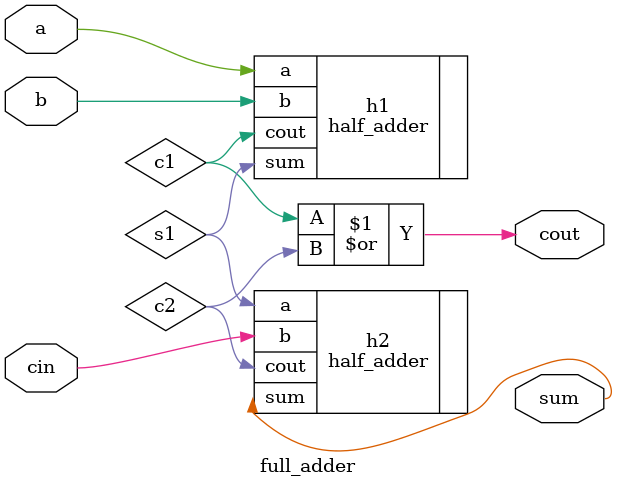
<source format=v>
`timescale 1ns / 1ps

(* KEEP_HIERARCHY = "YES" *) 
module full_adder(
    input a,
    input b,
    input cin,
    output sum,
    output cout
    );
    
    wire c1;
    wire c2;
    wire s1;
    half_adder h1( .a(a), .b(b), .cout(c1), .sum(s1) );
    half_adder h2( .a(s1), .b(cin), .cout(c2), .sum(sum) );
    assign cout = c1 | c2;
    
    
endmodule

</source>
